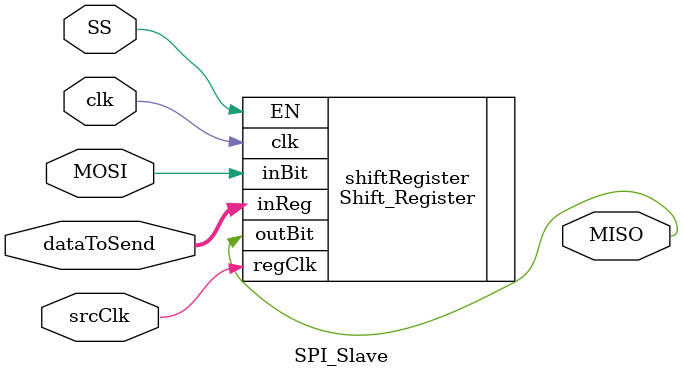
<source format=v>
`timescale 1ns / 1ps


module SPI_Slave #(parameter REG_WIDTH = 8)
(
    input srcClk,
    input clk,
    input [REG_WIDTH-1:0] dataToSend,
    input MOSI,
    input SS,
    output MISO
);

Shift_Register #(REG_WIDTH)     shiftRegister (.clk(clk),
                                               .regClk(srcClk),
                                               .inReg(dataToSend),
                                               .inBit(MOSI),
                                               .EN(SS),
                                               .outBit(MISO));
integer Itr;

initial begin
Itr = 0;
end


always@(posedge clk)
begin
    if(!SS)
    begin
        if (Itr != REG_WIDTH)
           Itr = Itr + 1;
        else
            begin
                Itr <= 0;
            end
    end
end

endmodule

</source>
